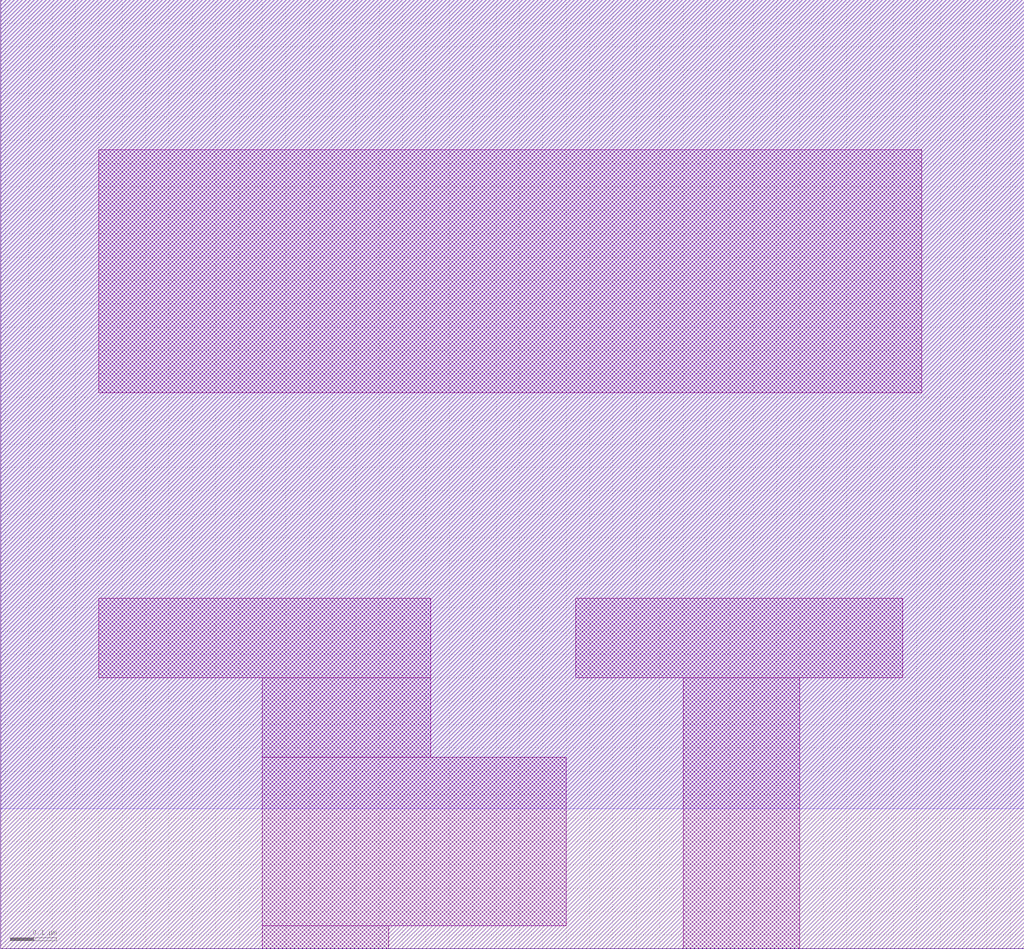
<source format=lef>
VERSION 5.7 ;
  NOWIREEXTENSIONATPIN ON ;
  DIVIDERCHAR "/" ;
  BUSBITCHARS "[]" ;
UNITS
  DATABASE MICRONS 200 ;
END UNITS

LAYER via2
  TYPE CUT ;
END via2

LAYER via
  TYPE CUT ;
END via

LAYER nwell
  TYPE MASTERSLICE ;
END nwell

LAYER via3
  TYPE CUT ;
END via3

LAYER pwell
  TYPE MASTERSLICE ;
END pwell

LAYER via4
  TYPE CUT ;
END via4

LAYER mcon
  TYPE CUT ;
END mcon

LAYER met6
  TYPE ROUTING ;
  WIDTH 0.030000 ;
  SPACING 0.040000 ;
  DIRECTION HORIZONTAL ;
END met6

LAYER met1
  TYPE ROUTING ;
  WIDTH 0.140000 ;
  SPACING 0.140000 ;
  DIRECTION HORIZONTAL ;
END met1

LAYER met3
  TYPE ROUTING ;
  WIDTH 0.300000 ;
  SPACING 0.300000 ;
  DIRECTION HORIZONTAL ;
END met3

LAYER met2
  TYPE ROUTING ;
  WIDTH 0.140000 ;
  SPACING 0.140000 ;
  DIRECTION HORIZONTAL ;
END met2

LAYER met4
  TYPE ROUTING ;
  WIDTH 0.300000 ;
  SPACING 0.300000 ;
  DIRECTION HORIZONTAL ;
END met4

LAYER met5
  TYPE ROUTING ;
  WIDTH 1.600000 ;
  SPACING 1.600000 ;
  DIRECTION HORIZONTAL ;
END met5

LAYER li1
  TYPE ROUTING ;
  WIDTH 0.170000 ;
  SPACING 0.170000 ;
  DIRECTION HORIZONTAL ;
END li1

MACRO sky130_hilas_pfetmirror
  CLASS BLOCK ;
  FOREIGN sky130_hilas_pfetmirror ;
  ORIGIN 0.610 -0.820 ;
  SIZE 2.190 BY 2.030 ;
  OBS
      LAYER nwell ;
        RECT -0.610 1.120 1.580 2.850 ;
      LAYER li1 ;
        RECT -0.400 2.010 1.360 2.530 ;
        RECT -0.400 1.400 0.310 1.570 ;
        RECT 0.620 1.400 1.320 1.570 ;
        RECT -0.050 1.230 0.310 1.400 ;
        RECT -0.050 0.870 0.600 1.230 ;
        RECT -0.050 0.820 0.220 0.870 ;
        RECT 0.850 0.820 1.100 1.400 ;
  END
END sky130_hilas_pfetmirror
END LIBRARY


</source>
